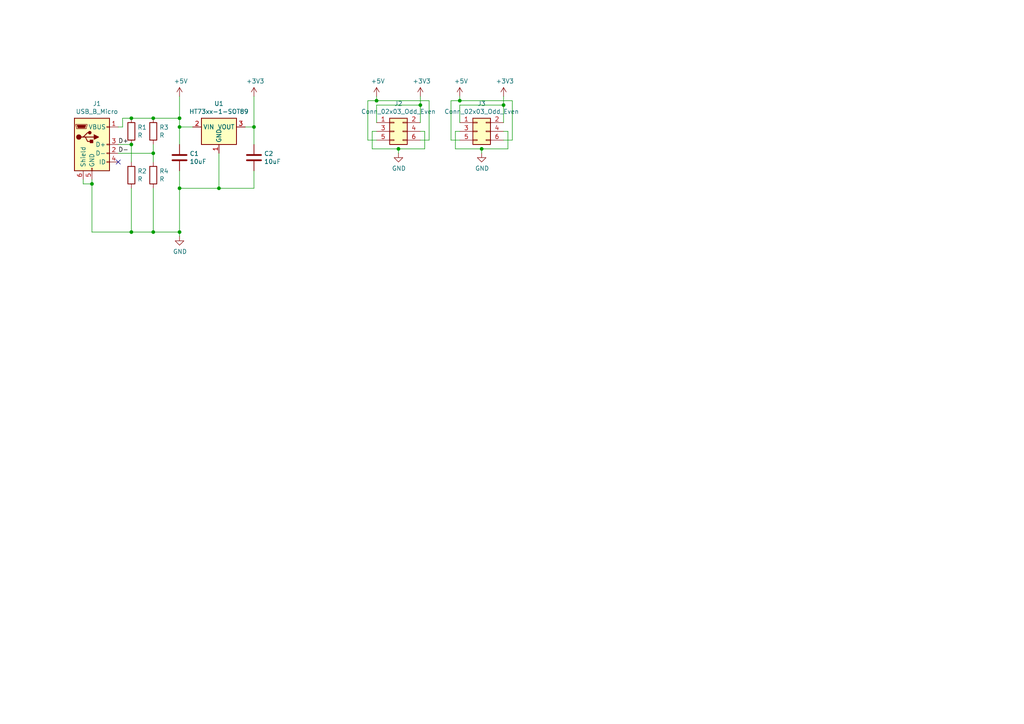
<source format=kicad_sch>
(kicad_sch (version 20230121) (generator eeschema)
  (paper "A4")
  (lib_symbols
    (symbol "Connector:USB_B_Micro" (pin_names (offset 1.016))
      (property "Reference" "J" (at -5.08 11.43 0))
      (property "Value" "USB_B_Micro" (at -5.08 8.89 0))
      (symbol "USB_B_Micro_0_1"
        (rectangle (start -5.08 -7.62) (end 5.08 7.62) (stroke (width 0.254)) (fill (type background)))
        (circle (center -3.81 2.159) (radius 0.635) (stroke (width 0.254)) (fill (type outline)))
        (circle (center -0.635 3.429) (radius 0.381) (stroke (width 0.254)) (fill (type outline)))
        (rectangle (start -0.127 -7.62) (end 0.127 -6.858))
        (polyline (pts (xy -1.905 2.159) (xy 0.635 2.159)) (stroke (width 0.254)))
        (polyline (pts (xy -3.175 2.159) (xy -2.54 2.159) (xy -1.27 3.429) (xy -0.635 3.429)) (stroke (width 0.254)))
        (polyline (pts (xy -2.54 2.159) (xy -1.905 2.159) (xy -1.27 0.889) (xy 0 0.889)) (stroke (width 0.254)))
        (polyline (pts (xy 0.635 2.794) (xy 0.635 1.524) (xy 1.905 2.159) (xy 0.635 2.794)) (stroke (width 0.254)) (fill (type outline)))
        (polyline (pts (xy -4.318 5.588) (xy -1.778 5.588) (xy -2.032 4.826) (xy -4.064 4.826) (xy -4.318 5.588)) (fill (type outline)))
        (polyline (pts (xy -4.699 5.842) (xy -4.699 5.588) (xy -4.445 4.826) (xy -4.445 4.572) (xy -1.651 4.572) (xy -1.651 4.826) (xy -1.397 5.588) (xy -1.397 5.842) (xy -4.699 5.842)))
        (rectangle (start 0.254 1.27) (end -0.508 0.508) (stroke (width 0.254)) (fill (type outline)))
        (rectangle (start 5.08 -5.207) (end 4.318 -4.953))
        (rectangle (start 5.08 -2.667) (end 4.318 -2.413))
        (rectangle (start 5.08 -0.127) (end 4.318 0.127))
        (rectangle (start 5.08 4.953) (end 4.318 5.207))
      )
      (symbol "USB_B_Micro_1_1"
        (pin power_out line (at 7.62 5.08 180) (length 2.54) (name "VBUS") (number "1"))
        (pin bidirectional line (at 7.62 -2.54 180) (length 2.54) (name "D-") (number "2"))
        (pin bidirectional line (at 7.62 0 180) (length 2.54) (name "D+") (number "3"))
        (pin passive line (at 7.62 -5.08 180) (length 2.54) (name "ID") (number "4"))
        (pin power_out line (at 0 -10.16 90) (length 2.54) (name "GND") (number "5"))
        (pin passive line (at -2.54 -10.16 90) (length 2.54) (name "Shield") (number "6"))
      )
    )
    (symbol "Connector_Generic:Conn_02x03_Odd_Even" (pin_names (offset 1.016) hide)
      (property "Reference" "J" (at 1.27 5.08 0))
      (property "Value" "Conn_02x03_Odd_Even" (at 1.27 -5.08 0))
      (symbol "Conn_02x03_Odd_Even_1_1"
        (rectangle (start -1.27 -2.413) (end 0 -2.667) (stroke (width 0.1524)))
        (rectangle (start -1.27 0.127) (end 0 -0.127) (stroke (width 0.1524)))
        (rectangle (start -1.27 2.667) (end 0 2.413) (stroke (width 0.1524)))
        (rectangle (start -1.27 3.81) (end 3.81 -3.81) (stroke (width 0.254)) (fill (type background)))
        (rectangle (start 3.81 -2.413) (end 2.54 -2.667) (stroke (width 0.1524)))
        (rectangle (start 3.81 0.127) (end 2.54 -0.127) (stroke (width 0.1524)))
        (rectangle (start 3.81 2.667) (end 2.54 2.413) (stroke (width 0.1524)))
        (pin passive line (at -5.08 2.54 0) (length 3.81) (name "Pin_1") (number "1"))
        (pin passive line (at 7.62 2.54 180) (length 3.81) (name "Pin_2") (number "2"))
        (pin passive line (at -5.08 0 0) (length 3.81) (name "Pin_3") (number "3"))
        (pin passive line (at 7.62 0 180) (length 3.81) (name "Pin_4") (number "4"))
        (pin passive line (at -5.08 -2.54 0) (length 3.81) (name "Pin_5") (number "5"))
        (pin passive line (at 7.62 -2.54 180) (length 3.81) (name "Pin_6") (number "6"))
      )
    )
    (symbol "Device:C" (pin_numbers hide) (pin_names (offset 0.254))
      (property "Reference" "C" (at 0.635 2.54 0))
      (property "Value" "C" (at 0.635 -2.54 0))
      (symbol "C_0_1"
        (polyline (pts (xy -2.032 -0.762) (xy 2.032 -0.762)) (stroke (width 0.508)))
        (polyline (pts (xy -2.032 0.762) (xy 2.032 0.762)) (stroke (width 0.508)))
      )
      (symbol "C_1_1"
        (pin passive line (at 0 3.81 270) (length 2.794) (name "~") (number "1"))
        (pin passive line (at 0 -3.81 90) (length 2.794) (name "~") (number "2"))
      )
    )
    (symbol "Device:R" (pin_numbers hide) (pin_names (offset 0))
      (property "Reference" "R" (at 2.032 0 90))
      (property "Value" "R" (at 0 0 90))
      (symbol "R_0_1"
        (rectangle (start -1.016 -2.54) (end 1.016 2.54) (stroke (width 0.254)))
      )
      (symbol "R_1_1"
        (pin passive line (at 0 3.81 270) (length 1.27) (name "~") (number "1"))
        (pin passive line (at 0 -3.81 90) (length 1.27) (name "~") (number "2"))
      )
    )
    (symbol "Regulator_Linear:HT75xx-1-SOT89"
      (property "Reference" "U" (at -5.08 -3.81 0))
      (property "Value" "HT75xx-1-SOT89" (at 0 6.35 0))
      (symbol "HT75xx-1-SOT89_0_1"
        (rectangle (start -5.08 5.08) (end 5.08 -2.54) (stroke (width 0.254)) (fill (type background)))
      )
      (symbol "HT75xx-1-SOT89_1_1"
        (pin power_in line (at 0 -5.08 90) (length 2.54) (name "GND") (number "1"))
        (pin power_in line (at -7.62 2.54 0) (length 2.54) (name "VIN") (number "2"))
        (pin power_out line (at 7.62 2.54 180) (length 2.54) (name "VOUT") (number "3"))
      )
    )
    (symbol "power:+3V3" (power) (pin_names (offset 0))
      (property "Value" "+3V3" (at 0 3.556 0))
      (symbol "+3V3_0_1"
        (polyline (pts (xy -0.762 1.27) (xy 0 2.54)))
        (polyline (pts (xy 0 0) (xy 0 2.54)))
        (polyline (pts (xy 0 2.54) (xy 0.762 1.27)))
      )
      (symbol "+3V3_1_1"
        (pin power_in line (at 0 0 90) (length 0) hide (name "+3V3") (number "1"))
      )
    )
    (symbol "power:+5V" (power) (pin_names (offset 0))
      (property "Value" "+5V" (at 0 3.556 0))
      (symbol "+5V_0_1"
        (polyline (pts (xy -0.762 1.27) (xy 0 2.54)))
        (polyline (pts (xy 0 0) (xy 0 2.54)))
        (polyline (pts (xy 0 2.54) (xy 0.762 1.27)))
      )
      (symbol "+5V_1_1"
        (pin power_in line (at 0 0 90) (length 0) hide (name "+5V") (number "1"))
      )
    )
    (symbol "power:GND" (power) (pin_names (offset 0))
      (property "Value" "GND" (at 0 -3.81 0))
      (symbol "GND_0_1"
        (polyline (pts (xy 0 0) (xy 0 -1.27) (xy 1.27 -1.27) (xy 0 -2.54) (xy -1.27 -1.27) (xy 0 -1.27)))
      )
      (symbol "GND_1_1"
        (pin power_in line (at 0 0 270) (length 0) hide (name "GND") (number "1"))
      )
    )
    (symbol "usb_ht73xx-rescue:+3.3V-power" (power) (pin_names (offset 0))
      (property "Value" "+3.3V-power" (at 0 3.556 0))
      (symbol "+3.3V-power_0_1"
        (polyline (pts (xy -0.762 1.27) (xy 0 2.54)))
        (polyline (pts (xy 0 0) (xy 0 2.54)))
        (polyline (pts (xy 0 2.54) (xy 0.762 1.27)))
      )
      (symbol "+3.3V-power_1_1"
        (pin power_in line (at 0 0 90) (length 0) hide (name "+3V3") (number "1"))
      )
    )
  )
  (junction (at 109.22 29.21))
  (junction (at 26.67 53.34))
  (junction (at 133.35 29.21))
  (junction (at 52.07 67.31))
  (junction (at 44.45 44.45))
  (junction (at 38.1 67.31))
  (junction (at 121.92 30.48))
  (junction (at 73.66 36.83))
  (junction (at 146.05 30.48))
  (junction (at 44.45 67.31))
  (junction (at 52.07 54.61))
  (junction (at 52.07 36.83))
  (junction (at 38.1 34.29))
  (junction (at 139.7 43.18))
  (junction (at 52.07 34.29))
  (junction (at 44.45 34.29))
  (junction (at 63.5 54.61))
  (junction (at 38.1 41.91))
  (junction (at 115.57 43.18))
  (no_connect (at 34.29 46.99))
  (wire (pts (xy 148.59 40.64) (xy 146.05 40.64)))
  (wire (pts (xy 52.07 27.94) (xy 52.07 34.29)))
  (wire (pts (xy 133.35 40.64) (xy 130.81 40.64)))
  (wire (pts (xy 115.57 43.18) (xy 115.57 44.45)))
  (wire (pts (xy 133.35 29.21) (xy 148.59 29.21)))
  (wire (pts (xy 44.45 44.45) (xy 44.45 41.91)))
  (wire (pts (xy 34.29 36.83) (xy 35.56 36.83)))
  (wire (pts (xy 44.45 46.99) (xy 44.45 44.45)))
  (wire (pts (xy 35.56 36.83) (xy 35.56 34.29)))
  (wire (pts (xy 52.07 49.53) (xy 52.07 54.61)))
  (wire (pts (xy 109.22 35.56) (xy 109.22 30.48)))
  (wire (pts (xy 52.07 34.29) (xy 52.07 36.83)))
  (wire (pts (xy 38.1 41.91) (xy 38.1 46.99)))
  (wire (pts (xy 146.05 38.1) (xy 147.32 38.1)))
  (wire (pts (xy 147.32 43.18) (xy 139.7 43.18)))
  (wire (pts (xy 132.08 38.1) (xy 133.35 38.1)))
  (wire (pts (xy 44.45 54.61) (xy 44.45 67.31)))
  (wire (pts (xy 38.1 67.31) (xy 26.67 67.31)))
  (wire (pts (xy 139.7 43.18) (xy 139.7 44.45)))
  (wire (pts (xy 26.67 53.34) (xy 26.67 52.07)))
  (wire (pts (xy 52.07 54.61) (xy 63.5 54.61)))
  (wire (pts (xy 63.5 54.61) (xy 73.66 54.61)))
  (wire (pts (xy 44.45 67.31) (xy 52.07 67.31)))
  (wire (pts (xy 107.95 38.1) (xy 109.22 38.1)))
  (wire (pts (xy 35.56 34.29) (xy 38.1 34.29)))
  (wire (pts (xy 24.13 53.34) (xy 26.67 53.34)))
  (wire (pts (xy 73.66 49.53) (xy 73.66 54.61)))
  (wire (pts (xy 121.92 35.56) (xy 121.92 30.48)))
  (wire (pts (xy 147.32 38.1) (xy 147.32 43.18)))
  (wire (pts (xy 109.22 30.48) (xy 121.92 30.48)))
  (wire (pts (xy 52.07 36.83) (xy 55.88 36.83)))
  (wire (pts (xy 73.66 41.91) (xy 73.66 36.83)))
  (wire (pts (xy 109.22 29.21) (xy 109.22 27.94)))
  (wire (pts (xy 52.07 68.58) (xy 52.07 67.31)))
  (wire (pts (xy 132.08 43.18) (xy 132.08 38.1)))
  (wire (pts (xy 123.19 43.18) (xy 115.57 43.18)))
  (wire (pts (xy 124.46 40.64) (xy 121.92 40.64)))
  (wire (pts (xy 44.45 34.29) (xy 52.07 34.29)))
  (wire (pts (xy 71.12 36.83) (xy 73.66 36.83)))
  (wire (pts (xy 109.22 40.64) (xy 106.68 40.64)))
  (wire (pts (xy 73.66 27.94) (xy 73.66 36.83)))
  (wire (pts (xy 121.92 30.48) (xy 121.92 27.94)))
  (wire (pts (xy 146.05 35.56) (xy 146.05 30.48)))
  (wire (pts (xy 34.29 41.91) (xy 38.1 41.91)))
  (wire (pts (xy 52.07 36.83) (xy 52.07 41.91)))
  (wire (pts (xy 109.22 29.21) (xy 124.46 29.21)))
  (wire (pts (xy 133.35 35.56) (xy 133.35 30.48)))
  (wire (pts (xy 52.07 54.61) (xy 52.07 67.31)))
  (wire (pts (xy 148.59 29.21) (xy 148.59 40.64)))
  (wire (pts (xy 121.92 38.1) (xy 123.19 38.1)))
  (wire (pts (xy 34.29 44.45) (xy 44.45 44.45)))
  (wire (pts (xy 130.81 29.21) (xy 130.81 40.64)))
  (wire (pts (xy 106.68 29.21) (xy 109.22 29.21)))
  (wire (pts (xy 123.19 38.1) (xy 123.19 43.18)))
  (wire (pts (xy 133.35 29.21) (xy 133.35 27.94)))
  (wire (pts (xy 124.46 29.21) (xy 124.46 40.64)))
  (wire (pts (xy 107.95 43.18) (xy 107.95 38.1)))
  (wire (pts (xy 139.7 43.18) (xy 132.08 43.18)))
  (wire (pts (xy 146.05 30.48) (xy 146.05 27.94)))
  (wire (pts (xy 38.1 67.31) (xy 44.45 67.31)))
  (wire (pts (xy 106.68 29.21) (xy 106.68 40.64)))
  (wire (pts (xy 38.1 34.29) (xy 44.45 34.29)))
  (wire (pts (xy 26.67 67.31) (xy 26.67 53.34)))
  (wire (pts (xy 130.81 29.21) (xy 133.35 29.21)))
  (wire (pts (xy 24.13 52.07) (xy 24.13 53.34)))
  (wire (pts (xy 133.35 30.48) (xy 146.05 30.48)))
  (wire (pts (xy 38.1 54.61) (xy 38.1 67.31)))
  (wire (pts (xy 115.57 43.18) (xy 107.95 43.18)))
  (wire (pts (xy 63.5 44.45) (xy 63.5 54.61)))
  (label "D+" (at 34.29 41.91 0))
  (label "D-" (at 34.29 44.45 0))
  (symbol (lib_id "Regulator_Linear:HT75xx-1-SOT89") (at 63.5 39.37 0) (unit 1)
    (property "Reference" "U1" (at 63.5 30.0482 0))
    (property "Value" "HT73xx-1-SOT89" (at 63.5 32.3596 0))
    (property "Footprint" "TO_SOT_Packages_SMD:SOT-89-3" (effects hide))
    (property "Datasheet" "https://www.holtek.com/documents/10179/116711/HT75xx-1v250.pdf" (effects hide))
  )
  (symbol (lib_id "Connector:USB_B_Micro") (at 26.67 41.91 0) (unit 1)
    (property "Reference" "J1" (at 28.1178 30.0482 0))
    (property "Value" "USB_B_Micro" (at 28.1178 32.3596 0))
    (property "Footprint" "Connectors:USB_Micro-B_Female_Wellco_AUSB_1011_05S2" (effects hide))
  )
  (symbol (lib_id "power:GND") (at 52.07 68.58 0) (unit 1)
    (property "Reference" "#PWR02" (effects hide))
    (property "Value" "GND" (at 52.197 72.9742 0))
  )
  (symbol (lib_id "power:+5V") (at 52.07 27.94 0) (unit 1)
    (property "Reference" "#PWR01" (effects hide))
    (property "Value" "+5V" (at 52.451 23.5458 0))
  )
  (symbol (lib_id "Connector_Generic:Conn_02x03_Odd_Even") (at 114.3 38.1 0) (unit 1)
    (property "Reference" "J2" (at 115.57 30.0482 0))
    (property "Value" "Conn_02x03_Odd_Even" (at 115.57 32.3596 0))
    (property "Footprint" "Pin_Headers:Pin_Header_Straight_2x03_Pitch2.54mm" (effects hide))
  )
  (symbol (lib_id "Device:C") (at 52.07 45.72 0) (unit 1)
    (property "Reference" "C1" (at 54.991 44.5516 0) (effects (justify left)))
    (property "Value" "10uF" (at 54.991 46.863 0) (effects (justify left)))
    (property "Footprint" "Capacitors_SMD:C_0805_HandSoldering" (effects hide))
  )
  (symbol (lib_id "Device:C") (at 73.66 45.72 0) (unit 1)
    (property "Reference" "C2" (at 76.581 44.5516 0) (effects (justify left)))
    (property "Value" "10uF" (at 76.581 46.863 0) (effects (justify left)))
    (property "Footprint" "Capacitors_SMD:C_0805_HandSoldering" (effects hide))
  )
  (symbol (lib_id "usb_ht73xx-rescue:+3.3V-power") (at 73.66 27.94 0) (unit 1)
    (property "Reference" "#PWR03" (effects hide))
    (property "Value" "+3.3V" (at 74.041 23.5458 0))
  )
  (symbol (lib_id "power:GND") (at 115.57 44.45 0) (unit 1)
    (property "Reference" "#PWR05" (effects hide))
    (property "Value" "GND" (at 115.697 48.8442 0))
  )
  (symbol (lib_id "power:+3V3") (at 121.92 27.94 0) (unit 1)
    (property "Reference" "#PWR06" (effects hide))
    (property "Value" "+3V3" (at 122.301 23.5458 0))
  )
  (symbol (lib_id "power:+5V") (at 109.22 27.94 0) (unit 1)
    (property "Reference" "#PWR04" (effects hide))
    (property "Value" "+5V" (at 109.601 23.5458 0))
  )
  (symbol (lib_id "Connector_Generic:Conn_02x03_Odd_Even") (at 138.43 38.1 0) (unit 1)
    (property "Reference" "J3" (at 139.7 30.0482 0))
    (property "Value" "Conn_02x03_Odd_Even" (at 139.7 32.3596 0))
    (property "Footprint" "2.54mm_Pin_Headers:Edge_2x03" (effects hide))
  )
  (symbol (lib_id "power:GND") (at 139.7 44.45 0) (unit 1)
    (property "Reference" "#PWR08" (effects hide))
    (property "Value" "GND" (at 139.827 48.8442 0))
  )
  (symbol (lib_id "power:+3V3") (at 146.05 27.94 0) (unit 1)
    (property "Reference" "#PWR09" (effects hide))
    (property "Value" "+3V3" (at 146.431 23.5458 0))
  )
  (symbol (lib_id "power:+5V") (at 133.35 27.94 0) (unit 1)
    (property "Reference" "#PWR07" (effects hide))
    (property "Value" "+5V" (at 133.731 23.5458 0))
  )
  (symbol (lib_id "Device:R") (at 38.1 38.1 180) (unit 1)
    (property "Reference" "R1" (at 39.878 36.9316 0) (effects (justify right)))
    (property "Value" "R" (at 39.878 39.243 0) (effects (justify right)))
    (property "Footprint" "Resistors_SMD:R_0603" (effects hide))
  )
  (symbol (lib_id "Device:R") (at 44.45 50.8 0) (unit 1)
    (property "Reference" "R4" (at 46.228 49.6316 0) (effects (justify left)))
    (property "Value" "R" (at 46.228 51.943 0) (effects (justify left)))
    (property "Footprint" "Resistors_SMD:R_0603" (effects hide))
  )
  (symbol (lib_id "Device:R") (at 44.45 38.1 0) (unit 1)
    (property "Reference" "R3" (at 46.228 36.9316 0) (effects (justify left)))
    (property "Value" "R" (at 46.228 39.243 0) (effects (justify left)))
    (property "Footprint" "Resistors_SMD:R_0603" (effects hide))
  )
  (symbol (lib_id "Device:R") (at 38.1 50.8 0) (unit 1)
    (property "Reference" "R2" (at 39.878 49.6316 0) (effects (justify left)))
    (property "Value" "R" (at 39.878 51.943 0) (effects (justify left)))
    (property "Footprint" "Resistors_SMD:R_0603" (effects hide))
  )
)
</source>
